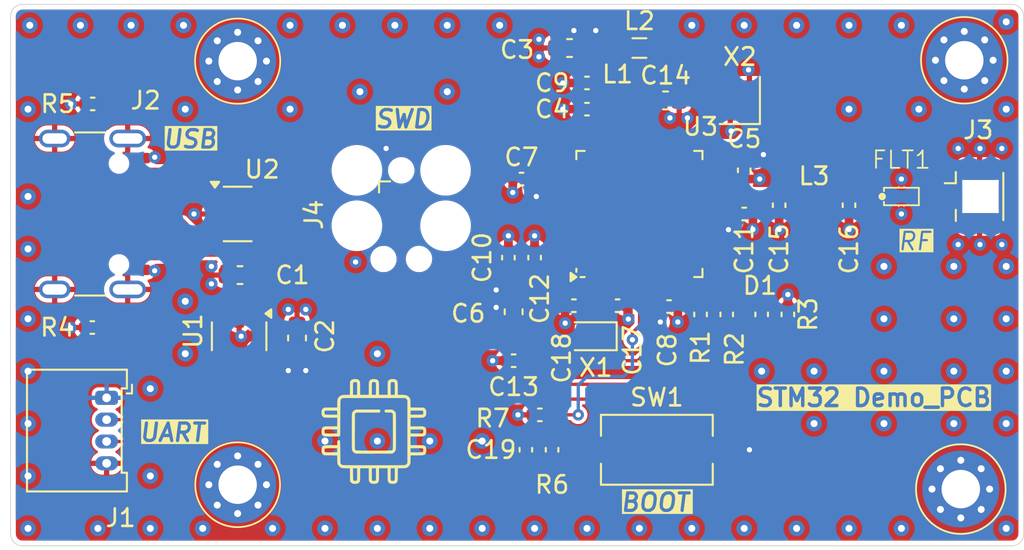
<source format=kicad_pcb>
(kicad_pcb (version 20241229) (generator "pcbnew") (generator_version "9.0")
  (layers (0 "F.Cu" signal) (4 "In1.Cu" signal) (6 "In2.Cu" signal) (2 "B.Cu" signal) (13 "F.Paste" user) (15 "B.Paste" user) (5 "F.SilkS" user "F.Silkscreen") (7 "B.SilkS" user "B.Silkscreen") (1 "F.Mask" user) (3 "B.Mask" user) (25 "Edge.Cuts" user))
  (net 0 "")
  (net 1 "+5V")
  (net 2 "GND")
  (net 3 "+3.3V")
  (net 4 "/SWD_NRST")
  (net 5 "/SMPSFB")
  (net 6 "/RF")
  (net 7 "/RF_MATCH")
  (net 8 "/LSE_OUT")
  (net 9 "/LSE_IN")
  (net 10 "/BOOT0")
  (net 11 "/LED_K")
  (net 12 "Net-(D1-A)")
  (net 13 "/RF_ANT")
  (net 14 "/UART_TXC")
  (net 15 "/UART_RXC")
  (net 16 "Net-(J2-D+-PadA6)")
  (net 17 "Net-(J2-D--PadA7)")
  (net 18 "Net-(J2-CC1)")
  (net 19 "Net-(J2-CC2)")
  (net 22 "/SWD_DIO")
  (net 23 "/SWD_CLK")
  (net 24 "/SWD_TRC")
  (net 25 "/SMPSLX")
  (net 26 "/SMPSLXL")
  (net 27 "/UART_TX")
  (net 28 "/UART_RX")
  (net 29 "Net-(R6-Pad2)")
  (net 31 "/USB_D-")
  (net 32 "/USB_D+")
  (net 45 "/HSE_OUT")
  (net 47 "/HSE_IN")
  (footprint "Capacitor_SMD:C_0402_1005Metric" (layer "F.Cu") (at 78 69.5 -90)
    (property "Reference" "C15")
    (property "Value" "0.8pF")
  )
  (footprint "Capacitor_SMD:C_0603_1608Metric" (layer "F.Cu") (at 62.8 75.6 -90)
    (property "Reference" "C6")
    (property "Value" "4.7uF")
  )
  (footprint "MountingHole:MountingHole_2.2mm_M2_Pad_Via" (layer "F.Cu") (at 47 85.5)
    (property "Reference" "H2" (hide yes))
    (property "Value" "MountingHole_Pad")
  )
  (footprint "Capacitor_SMD:C_0603_1608Metric" (layer "F.Cu") (at 71.5 63.5)
    (property "Reference" "C14")
    (property "Value" "4.7uF")
  )
  (footprint "Capacitor_SMD:C_0402_1005Metric" (layer "F.Cu") (at 62.8 78.4 180)
    (property "Reference" "C13")
    (property "Value" "100nF")
  )
  (footprint "Capacitor_SMD:C_0402_1005Metric" (layer "F.Cu") (at 38.68 76.5 180)
    (property "Reference" "R4")
    (property "Value" "5K1")
  )
  (footprint "Crystal:Crystal_SMD_2016-4Pin_2.0x1.6mm" (layer "F.Cu") (at 75.75 63.5 90)
    (property "Reference" "X2")
    (property "Value" "32MHz")
  )
  (footprint "Fiducial:Fiducial_1mm_Mask2mm" (layer "F.Cu") (at 84.35 61.55)
    (property "Reference" "FID2" (hide yes))
    (property "Value" "Fiducial")
  )
  (footprint "Button_Switch_SMD:SW_Tactile_SPST_NO_Straight_CK_PTS636Sx25SMTRLFS" (layer "F.Cu") (at 71 83.5)
    (property "Reference" "SW1")
    (property "Value" "SW_Push")
  )
  (footprint "Capacitor_SMD:C_0402_1005Metric" (layer "F.Cu") (at 77 75.75 90)
    (property "Reference" "D1")
    (property "Value" "LED")
  )
  (footprint "Capacitor_SMD:C_0402_1005Metric" (layer "F.Cu") (at 64 72.5 90)
    (property "Reference" "C12")
    (property "Value" "100nF")
  )
  (footprint "Capacitor_SMD:C_0402_1005Metric" (layer "F.Cu") (at 66.25 75.25 180)
    (property "Reference" "C18")
    (property "Value" "10p")
  )
  (footprint "Capacitor_SMD:C_0603_1608Metric" (layer "F.Cu") (at 47.135 73.5 180)
    (property "Reference" "C1")
    (property "Value" "4.7uF")
  )
  (footprint "Capacitor_SMD:C_0402_1005Metric" (layer "F.Cu") (at 65 83.5 -90)
    (property "Reference" "R6")
    (property "Value" "100R")
  )
  (footprint "Capacitor_SMD:C_0402_1005Metric" (layer "F.Cu") (at 75 75.75 90)
    (property "Reference" "R2")
    (property "Value" "100R")
  )
  (footprint "Capacitor_SMD:C_0603_1608Metric" (layer "F.Cu") (at 50.4 77.1 90)
    (property "Reference" "C2")
    (property "Value" "4.7uF")
  )
  (footprint "Package_DFN_QFN:QFN-48-1EP_7x7mm_P0.5mm_EP5.6x5.6mm" (layer "F.Cu") (at 70 70 90)
    (property "Reference" "U3")
    (property "Value" "STM32WB55CEU6")
  )
  (footprint "MountingHole:MountingHole_2.2mm_M2_Pad_Via" (layer "F.Cu") (at 88.4 85.75)
    (property "Reference" "H4" (hide yes))
    (property "Value" "MountingHole_Pad")
  )
  (footprint "Capacitor_SMD:C_0402_1005Metric" (layer "F.Cu") (at 71.7 75.3)
    (property "Reference" "C8")
    (property "Value" "100nF")
  )
  (footprint "Connector_USB:USB_C_Receptacle_GCT_USB4105-xx-A_16P_TopMnt_Horizontal" (layer "F.Cu") (at 37.6 70 -90)
    (property "Reference" "J2")
    (property "Value" "USB_C_Receptacle_USB2.0_16P")
  )
  (footprint "STM32_RF:Untitled" (layer "F.Cu") (at 85 69)
    (property "Reference" "FLT1")
    (property "Value" "DLF162500LT-5028A1")
  )
  (footprint "Capacitor_SMD:C_0402_1005Metric" (layer "F.Cu") (at 67 62.5 180)
    (property "Reference" "C9")
    (property "Value" "100nF")
  )
  (footprint "Fiducial:Fiducial_1mm_Mask2mm" (layer "F.Cu") (at 36.1 61.5)
    (property "Reference" "FID1" (hide yes))
    (property "Value" "Fiducial")
  )
  (footprint "Capacitor_SMD:C_0402_1005Metric" (layer "F.Cu") (at 82 69.5 -90)
    (property "Reference" "C16")
    (property "Value" "0.3pF")
  )
  (footprint "Connector_Molex:Molex_PicoBlade_53048-0410_1x04_P1.25mm_Horizontal" (layer "F.Cu") (at 39.5 80.525 -90)
    (property "Reference" "J1")
    (property "Value" "Conn_01x04")
  )
  (footprint "Capacitor_SMD:C_0402_1005Metric" (layer "F.Cu") (at 67 64 180)
    (property "Reference" "C4")
    (property "Value" "100nF")
  )
  (footprint "MountingHole:MountingHole_2.2mm_M2_Pad_Via" (layer "F.Cu") (at 88.6 61.2)
    (property "Reference" "H3" (hide yes))
    (property "Value" "MountingHole_Pad")
  )
  (footprint "Capacitor_SMD:C_0402_1005Metric" (layer "F.Cu") (at 63.25 68 180)
    (property "Reference" "C7")
    (property "Value" "100nF")
  )
  (footprint "Inductor_SMD:L_0402_1005Metric" (layer "F.Cu") (at 80 69)
    (property "Reference" "L3")
    (property "Value" "2.7nH")
  )
  (footprint "Fiducial:Fiducial_1mm_Mask2mm" (layer "F.Cu") (at 84 85.75)
    (property "Reference" "FID3" (hide yes))
    (property "Value" "Fiducial")
  )
  (footprint "MountingHole:MountingHole_2.2mm_M2_Pad_Via" (layer "F.Cu") (at 47 61.25)
    (property "Reference" "H1" (hide yes))
    (property "Value" "MountingHole_Pad")
  )
  (footprint "Capacitor_SMD:C_0402_1005Metric" (layer "F.Cu") (at 68.75 75.25)
    (property "Reference" "C17")
    (property "Value" "10p")
  )
  (footprint "Capacitor_SMD:C_0402_1005Metric" (layer "F.Cu") (at 78.5 75.75 -90)
    (property "Reference" "R3")
    (property "Value" "220R")
  )
  (footprint "Connector_Coaxial:U.FL_Hirose_U.FL-R-SMT-1_Vertical" (layer "F.Cu") (at 89 69)
    (property "Reference" "J3")
    (property "Value" "Conn_Coaxial")
  )
  (footprint "Connector:Tag-Connect_TC2030-IDC-FP_2x03_P1.27mm_Vertical" (layer "F.Cu") (at 56.365 70.04 -90)
    (property "Reference" "J4")
    (property "Value" "TC2030")
  )
  (footprint "Capacitor_SMD:C_0603_1608Metric" (layer "F.Cu") (at 66 60.5 180)
    (property "Reference" "C3")
    (property "Value" "4.7uF")
  )
  (footprint "Capacitor_SMD:C_0402_1005Metric" (layer "F.Cu") (at 76 67.5 -90)
    (property "Reference" "C5")
    (property "Value" "100nF")
  )
  (footprint "Crystal:Crystal_SMD_2012-2Pin_2.0x1.2mm" (layer "F.Cu") (at 67.5 77 180)
    (property "Reference" "X1")
    (property "Value" "32KHz768")
  )
  (footprint "Capacitor_SMD:C_0402_1005Metric" (layer "F.Cu") (at 38.7 63.7 180)
    (property "Reference" "R5")
    (property "Value" "5K1")
  )
  (footprint "Capacitor_SMD:C_0402_1005Metric" (layer "F.Cu") (at 63.5 83.5 -90)
    (property "Reference" "C19")
    (property "Value" "100nF")
  )
  (footprint "Capacitor_SMD:C_0402_1005Metric" (layer "F.Cu") (at 64.3 81.5 180)
    (property "Reference" "R7")
    (property "Value" "5k1")
  )
  (footprint "LOGO" (layer "F.Cu") (at 54.8 82.45)
    (property "Reference" "G" (hide yes))
    (property "Value" "LOGO" (hide yes))
  )
  (footprint "Inductor_SMD:L_0402_1005Metric" (layer "F.Cu") (at 68.75 63.5 90)
    (property "Reference" "L1")
    (property "Value" "10nH")
  )
  (footprint "Inductor_SMD:L_0805_2012Metric" (layer "F.Cu") (at 70 60.5)
    (property "Reference" "L2")
    (property "Value" "10uH")
  )
  (footprint "Capacitor_SMD:C_0402_1005Metric" (layer "F.Cu") (at 76 70)
    (property "Reference" "C11")
    (property "Value" "100nF")
  )
  (footprint "Package_TO_SOT_SMD:SOT-23-5" (layer "F.Cu") (at 47.085 77 -90)
    (property "Reference" "U1")
    (property "Value" "MIC5365-3.3YD5")
  )
  (footprint "Capacitor_SMD:C_0402_1005Metric" (layer "F.Cu") (at 62.5 72.5 90)
    (property "Reference" "C10")
    (property "Value" "100nF")
  )
  (footprint "Capacitor_SMD:C_0402_1005Metric" (layer "F.Cu") (at 73.5 75.75 90)
    (property "Reference" "R1")
    (property "Value" "100R")
  )
  (footprint "Package_TO_SOT_SMD:SOT-23-6" (layer "F.Cu") (at 47 70)
    (property "Reference" "U2")
    (property "Value" "USBLC6-2SC6")
  )
  (gr_circle (center 88.4 85.75) (end 89.8 87.9) (stroke (width 0.1)) (fill no) (layer "F.SilkS"))
  (gr_circle (center 88.6 61.2) (end 90.3 63) (stroke (width 0.1)) (fill no) (layer "F.SilkS"))
  (gr_circle (center 47 85.5) (end 49.05 86.8) (stroke (width 0.1)) (fill no) (layer "F.SilkS"))
  (gr_circle (center 47 61.25) (end 48.75 62.95) (stroke (width 0.1)) (fill no) (layer "F.SilkS"))
  (gr_line (start 64 58) (end 91.320966 58) (stroke (width 0.05)) (layer "Edge.Cuts"))
  (gr_line (start 34.679034 58) (end 64 58) (stroke (width 0.05)) (layer "Edge.Cuts"))
  (gr_line (start 91.998422 58.679) (end 91.999965 88.320966) (stroke (width 0.05)) (layer "Edge.Cuts"))
  (gr_arc (start 91.320966 58.001578) (mid 91.8 58.2) (end 91.998422 58.679034) (stroke (width 0.05)) (layer "Edge.Cuts"))
  (gr_arc (start 34.001578 58.679034) (mid 34.2 58.2) (end 34.679034 58.001578) (stroke (width 0.05)) (layer "Edge.Cuts"))
  (gr_line (start 91.320966 89) (end 34.679 88.998422) (stroke (width 0.05)) (layer "Edge.Cuts"))
  (gr_arc (start 34.679034 88.998422) (mid 34.2 88.8) (end 34.001578 88.320966) (stroke (width 0.05)) (layer "Edge.Cuts"))
  (gr_arc (start 91.998422 88.320966) (mid 91.8 88.8) (end 91.320966 88.998422) (stroke (width 0.05)) (layer "Edge.Cuts"))
  (gr_line (start 34.000035 88.320966) (end 34.001578 58.679) (stroke (width 0.05)) (layer "Edge.Cuts"))
  (gr_text "SWD" (at 54.8 65.15 0) (layer "F.SilkS" knockout) (effects (font (size 1 1) (thickness 0.1875) (italic yes)) (justify left bottom)))
  (gr_text "STM32 Demo_PCB" (at 76.6 81.1 0) (layer "F.SilkS" knockout) (effects (font (size 1 1) (thickness 0.2) (bold yes)) (justify left bottom)))
  (gr_text "UART" (at 41.3 83.1 0) (layer "F.SilkS" knockout) (effects (font (size 1 1) (thickness 0.1875) (italic yes)) (justify left bottom)))
  (gr_text "RF" (at 84.75 72.15 0) (layer "F.SilkS" knockout) (effects (font (size 1 1) (thickness 0.125) (italic yes)) (justify left bottom)))
  (gr_text "USB" (at 42.65 66.3 0) (layer "F.SilkS" knockout) (effects (font (size 1 1) (thickness 0.1875) (italic yes)) (justify left bottom)))
  (gr_text "BOOT\n" (at 68.85 87.1 0) (layer "F.SilkS" knockout) (effects (font (size 1 1) (thickness 0.1875) (italic yes)) (justify left bottom)))
  (segment (start 48.035 75.8625) (end 48.035 74.7) (width 0.6) (layer "F.Cu") (net 1))
  (segment (start 47.91 73.5) (end 47.91 72.79) (width 0.5) (layer "F.Cu") (net 1))
  (segment (start 42.901 72.199) (end 42.7 72.4) (width 0.5) (layer "F.Cu") (net 1))
  (segment (start 46.4 67.6) (end 46.976 68.176) (width 0.5) (layer "F.Cu") (net 1))
  (segment (start 48.035 73.625) (end 47.91 73.5) (width 0.6) (layer "F.Cu") (net 1))
  (segment (start 41.28 67.6) (end 46.4 67.6) (width 0.5) (layer "F.Cu") (net 1))
  (segment (start 47.91 72.79) (end 47.9005 72.7995) (width 0.5) (layer "F.Cu") (net 1))
  (segment (start 46.3 74.6) (end 47.935 74.6) (width 0.19) (layer "F.Cu") (net 1))
  (segment (start 47.1 70) (end 46.976 70.124) (width 0.5) (layer "F.Cu") (net 1))
  (segment (start 48.035 74.7) (end 48.035 73.625) (width 0.6) (layer "F.Cu") (net 1))
  (segment (start 47.935 74.6) (end 48.035 74.7) (width 0.19) (layer "F.Cu") (net 1))
  (segment (start 47.9005 72.7995) (end 47.3 72.199) (width 0.5) (layer "F.Cu") (net 1))
  (segment (start 46.135 74.765) (end 46.3 74.6) (width 0.19) (layer "F.Cu") (net 1))
  (segment (start 46.976 72.175) (end 47 72.199) (width 0.5) (layer "F.Cu") (net 1))
  (segment (start 47 72.199) (end 42.901 72.199) (width 0.5) (layer "F.Cu") (net 1))
  (segment (start 42.7 72.4) (end 41.28 72.4) (width 0.5) (layer "F.Cu") (net 1))
  (segment (start 47.3 72.199) (end 47 72.199) (width 0.5) (layer "F.Cu") (net 1))
  (segment (start 48.1375 70) (end 47.1 70) (width 0.5) (layer "F.Cu") (net 1))
  (segment (start 46.976 70.124) (end 46.976 72.175) (width 0.5) (layer "F.Cu") (net 1))
  (segment (start 46.135 75.8625) (end 46.135 74.765) (width 0.19) (layer "F.Cu") (net 1))
  (segment (start 46.976 68.176) (end 46.976 70.124) (width 0.5) (layer "F.Cu") (net 1))
  (segment (start 76.5 70.115) (end 76.5 70.885) (width 0.5) (layer "F.Cu") (net 2))
  (segment (start 55.73 71.31) (end 55.73 71.33) (width 0.25) (layer "F.Cu") (net 2))
  (segment (start 41.28 66.8) (end 42.2 66.8) (width 0.25) (layer "F.Cu") (net 2))
  (segment (start 62.75 68) (end 62.75 68.77) (width 0.5) (layer "F.Cu") (net 2))
  (segment (start 76.115 68) (end 76.885 68) (width 0.5) (layer "F.Cu") (net 2))
  (segment (start 62.5 72.02) (end 62.5 71.25) (width 0.5) (layer "F.Cu") (net 2))
  (segment (start 72.2 75.415) (end 72.2 76.185) (width 0.5) (layer "F.Cu") (net 2))
  (segment (start 66.385 64) (end 65.615 64) (width 0.5) (layer "F.Cu") (net 2))
  (segment (start 42.2 66.8) (end 42.25 66.75) (width 0.25) (layer "F.Cu") (net 2))
  (segment (start 69.25 66.5625) (end 69.25 69.25) (width 0.25) (layer "F.Cu") (net 2))
  (segment (start 42.2 73.2) (end 42.25 73.25) (width 0.25) (layer "F.Cu") (net 2))
  (segment (start 41.28 73.2) (end 42.2 73.2) (width 0.25) (layer "F.Cu") (net 2))
  (segment (start 55.73 71.33) (end 56.1 71.7) (width 0.25) (layer "F.Cu") (net 2))
  (segment (start 85 69.2275) (end 85 70) (width 0.25) (layer "F.Cu") (net 2))
  (segment (start 75.42 67.98) (end 76 67.98) (width 0.25) (layer "F.Cu") (net 2))
  (segment (start 65.75 75.27) (end 65.77 75.25) (width 0.5) (layer "F.Cu") (net 2))
  (segment (start 73.4375 68.25) (end 75.15 68.25) (width 0.25) (layer "F.Cu") (net 2))
  (segment (start 61.6 78.4) (end 62.32 78.4) (width 0.5) (layer "F.Cu") (net 2))
  (segment (start 85 68.7725) (end 85 68) (width 0.25) (layer "F.Cu") (net 2))
  (segment (start 82 70.115) (end 82 70.885) (width 0.5) (layer "F.Cu") (net 2))
  (segment (start 75.15 68.25) (end 75.42 67.98) (width 0.25) (layer "F.Cu") (net 2))
  (segment (start 66.385 62.5) (end 65.615 62.5) (width 0.5) (layer "F.Cu") (net 2))
  (segment (start 78 70.115) (end 78 70.885) (width 0.5) (layer "F.Cu") (net 2))
  (segment (start 64 72.02) (end 64 71.25) (width 0.5) (layer "F.Cu") (net 2))
  (segment (start 65.75 76.25) (end 65.75 75.27) (width 0.5) (layer "F.Cu") (net 2))
  (segment (start 69.25 69.25) (end 70 70) (width 0.25) (layer "F.Cu") (net 2))
  (segment (start 69.365 75.25) (end 69.365 76.02) (width 0.5) (layer "F.Cu") (net 2))
  (segment (start 78.5 75.135) (end 78.5 74.365) (width 0.5) (layer "F.Cu") (net 2))
  (via (at 64.25 61) (size 0.7) (drill 0.3) (layers "F.Cu" "B.Cu") (net 2))
  (via (at 80 79) (size 0.9) (drill 0.4) (layers "F.Cu" "B.Cu") (net 2))
  (via (at 65.75 76.25) (size 0.7) (drill 0.3) (layers "F.Cu" "B.Cu") (net 2))
  (via (at 38 59.2) (size 0.9) (drill 0.4) (layers "F.Cu" "B.Cu") (net 2))
  (via (at 90.75 66.25) (size 0.7) (drill 0.3) (layers "F.Cu" "B.Cu") (net 2))
  (via (at 42.25 66.75) (size 0.7) (drill 0.3) (layers "F.Cu" "B.Cu") (net 2))
  (via (at 88.25 66.25) (size 0.7) (drill 0.3) (layers "F.Cu" "B.Cu") (net 2))
  (via (at 35 72) (size 0.9) (drill 0.4) (layers "F.Cu" "B.Cu") (net 2))
  (via (at 52 88) (size 0.9) (drill 0.4) (layers "F.Cu" "B.Cu") (net 2))
  (via (at 35 76) (size 0.9) (drill 0.4) (layers "F.Cu" "B.Cu") (net 2))
  (via (at 59 63) (size 0.9) (drill 0.4) (layers "F.Cu" "B.Cu") (net 2))
  (via (at 45 88) (size 0.9) (drill 0.4) (layers "F.Cu" "B.Cu") (net 2))
  (via (at 91 82) (size 0.9) (drill 0.4) (layers "F.Cu" "B.Cu") (net 2))
  (via (at 88 76) (size 0.9) (drill 0.4) (layers "F.Cu" "B.Cu") (net 2))
  (via (at 65.615 64) (size 0.7) (drill 0.3) (layers "F.Cu" "B.Cu") (net 2))
  (via (at 77 79) (size 0.9) (drill 0.4) (layers "F.Cu" "B.Cu") (net 2))
  (via (at 64.25 60) (size 0.7) (drill 0.3) (layers "F.Cu" "B.Cu") (net 2))
  (via (at 72.75 64.5) (size 0.7) (drill 0.3) (layers "F.Cu" "B.Cu") (net 2))
  (via (at 85 68) (size 0.7) (drill 0.3) (layers "F.Cu" "B.Cu") (net 2))
  (via (at 45.5 74) (size 0.7) (drill 0.3) (layers "F.Cu" "B.Cu") (net 2))
  (via (at 71.75 64.5) (size 0.7) (drill 0.3) (layers "F.Cu" "B.Cu") (net 2))
  (via (at 44 75) (size 0.9) (drill 0.4) (layers "F.Cu" "B.Cu") (net 2))
  (via (at 80 82) (size 0.9) (drill 0.4) (layers "F.Cu" "B.Cu") (net 2))
  (via (at 90.75 71.75) (size 0.7) (drill 0.3) (layers "F.Cu" "B.Cu") (net 2))
  (via (at 84 76) (size 0.9) (drill 0.4) (layers "F.Cu" "B.Cu") (net 2))
  (via (at 45.5 73) (size 0.7) (drill 0.3) (layers "F.Cu" "B.Cu") (net 2))
  (via (at 49 88) (size 0.9) (drill 0.4) (layers "F.Cu" "B.Cu") (net 2))
  (via (at 55 78) (size 0.9) (drill 0.4) (layers "F.Cu" "B.Cu") (net 2))
  (via (at 84 82) (size 0.9) (drill 0.4) (layers "F.Cu" "B.Cu") (net 2))
  (via (at 37.43 76.5) (size 0.7) (drill 0.3) (layers "F.Cu" "B.Cu") (net 2))
  (via (at 64 71.25) (size 0.7) (drill 0.3) (layers "F.Cu" "B.Cu") (net 2))
  (via (at 44 64) (size 0.9) (drill 0.4) (layers "F.Cu" "B.Cu") (net 2))
  (via (at 35 85) (size 0.9) (drill 0.4) (layers "F.Cu" "B.Cu") (net 2))
  (via (at 91 64) (size 0.9) (drill 0.4) (layers "F.Cu" "B.Cu") (net 2))
  (via (at 91 59) (size 0.9) (drill 0.4) (layers "F.Cu" "B.Cu") (net 2))
  (via (at 79 88) (size 0.9) (drill 0.4) (layers "F.Cu" "B.Cu") (net 2))
  (via (at 64 88) (size 0.9) (drill 0.4) (layers "F.Cu" "B.Cu") (net 2))
  (via (at 35 79) (size 0.9) (drill 0.4) (layers "F.Cu" "B.Cu") (net 2))
  (via (at 53.75 72.75) (size 0.7) (drill 0.3) (layers "F.Cu" "B.Cu") (net 2))
  (via (at 62.5 71.25) (size 0.7) (drill 0.3) (layers "F.Cu" "B.Cu") (net 2))
  (via (at 91 73) (size 0.9) (drill 0.4) (layers "F.Cu" "B.Cu") (net 2))
  (via (at 88 82) (size 0.9) (drill 0.4) (layers "F.Cu" "B.Cu") (net 2))
  (via (at 65.615 62.5) (size 0.7) (drill 0.3) (layers "F.Cu" "B.Cu") (net 2))
  (via (at 50 64) (size 0.9) (drill 0.4) (layers "F.Cu" "B.Cu") (net 2))
  (via (at 76.885 68) (size 0.7) (drill 0.3) (layers "F.Cu" "B.Cu") (net 2))
  (via (at 76 59.2) (size 0.9) (drill 0.4) (layers "F.Cu" "B.Cu") (net 2))
  (via (at 35 88) (size 0.9) (drill 0.4) (layers "F.Cu" "B.Cu") (net 2))
  (via (at 85 88) (size 0.9) (drill 0.4) (layers "F.Cu" "B.Cu") (net 2))
  (via (at 40.9 59.2) (size 0.9) (drill 0.4) (layers "F.Cu" "B.Cu") (net 2))
  (via (at 56 59.2) (size 0.9) (drill 0.4) (layers "F.Cu" "B.Cu") (net 2))
  (via (at 76 88) (size 0.9) (drill 0.4) (layers "F.Cu" "B.Cu") (net 2))
  (via (at 44.5 70) (size 0.7) (drill 0.3) (layers "F.Cu" "B.Cu") (net 2))
  (via (at 88 79) (size 0.9) (drill 0.4) (layers "F.Cu" "B.Cu") (net 2))
  (via (at 35 82) (size 0.9) (drill 0.4) (layers "F.Cu" "B.Cu") (net 2))
  (via (at 84 73) (size 0.9) (drill 0.4) (layers "F.Cu" "B.Cu") (net 2))
  (via (at 55 88) (size 0.9) (drill 0.4) (layers "F.Cu" "B.Cu") (net 2))
  (via (at 50 59.2) (size 0.9) (drill 0.4) (layers "F.Cu" "B.Cu") (net 2))
  (via (at 78.5 74.615) (size 0.7) (drill 0.3) (layers "F.Cu" "B.Cu") (net 2))
  (via (at 42 80) (size 0.9) (drill 0.4) (layers "F.Cu" "B.Cu") (net 2))
  (via (at 43.9 59.2) (size 0.9) (drill 0.4) (layers "F.Cu" "B.Cu") (net 2))
  (via (at 47.2 77) (size 0.7) (drill 0.3) (layers "F.Cu" "B.Cu") (net 2))
  (via (at 42.25 73.25) (size 0.7) (drill 0.3) (layers "F.Cu" "B.Cu") (net 2))
  (via (at 67 88) (size 0.9) (drill 0.4) (layers "F.Cu" "B.Cu") (net 2))
  (via (at 88 73) (size 0.9) (drill 0.4) (layers "F.Cu" "B.Cu") (net 2))
  (via (at 73 88) (size 0.9) (drill 0.4) (layers "F.Cu" "B.Cu") (net 2))
  (via (at 85 70) (size 0.7) (drill 0.3) (layers "F.Cu" "B.Cu") (net 2))
  (via (at 62 59.2) (size 0.9) (drill 0.4) (layers "F.Cu" "B.Cu") (net 2))
  (via (at 58 83) (size 0.9) (drill 0.4) (layers "F.Cu" "B.Cu") (net 2))
  (via (at 35.1 59.2) (size 0.9) (drill 0.4) (layers "F.Cu" "B.Cu") (net 2))
  (via (at 69.365 76.02) (size 0.7) (drill 0.3) (layers "F.Cu" "B.Cu") (net 2))
  (via (at 89.5 66.25) (size 0.7) (drill 0.3) (layers "F.Cu" "B.Cu") (net 2))
  (via (at 89.5 71.75) (size 0.7) (drill 0.3) (layers "F.Cu" "B.Cu") (net 2))
  (via (at 39 88) (size 0.9) (drill 0.4) (layers "F.Cu" "B.Cu") (net 2))
  (via (at 76.25 61.75) (size 0.7) (drill 0.3) (layers "F.Cu" "B.Cu") (net 2))
  (via (at 61 88) (size 0.9) (drill 0.4) (layers "F.Cu" "B.Cu") (net 2))
  (via (at 44 78) (size 0.9) (drill 0.4) (layers "F.Cu" "B.Cu") (net 2))
  (via (at 61 83) (size 0.9) (drill 0.4) (layers "F.Cu" "B.Cu") (net 2))
  (via (at 50.9 75.465) (size 0.7) (drill 0.3) (layers "F.Cu" "B.Cu") (net 2))
  (via (at 75.25 65.25) (size 0.7) (drill 0.3) (layers "F.Cu" "B.Cu") (net 2))
  (via (at 79 59.2) (size 0.9) (drill 0.4) (layers "F.Cu" "B.Cu") (net 2))
  (via (at 82 70.885) (size 0.7) (drill 0.3) (layers "F.Cu" "B.Cu") (net 2))
  (via (at 91 88) (size 0.9) (drill 0.4) (layers "F.Cu" "B.Cu") (net 2))
  (via (at 82 88) (size 0.9) (drill 0.4) (layers "F.Cu" "B.Cu") (net 2))
  (via (at 91 79) (size 0.9) (drill 0.4) (layers "F.Cu" "B.Cu") (net 2))
  (via (at 61.6 78.4) (size 0.7) (drill 0.3) (layers "F.Cu" "B.Cu") (net 2))
  (via (at 49.9 75.465) (size 0.7) (drill 0.3) (layers "F.Cu" "B.Cu") (net 2))
  (via (at 35 64) (size 0.9) (drill 0.4) (layers "F.Cu" "B.Cu") (net 2))
  (via (at 76.5 70.885) (size 0.7) (drill 0.3) (layers "F.Cu" "B.Cu") (net 2))
  (via (at 73 59.2) (size 0.9) (drill 0.4) (layers "F.Cu" "B.Cu") (net 2))
  (via (at 82 64) (size 0.9) (drill 0.4) (layers "F.Cu" "B.Cu") (net 2))
  (via (at 52 83) (size 0.9) (drill 0.4) (layers "F.Cu" "B.Cu") (net 2))
  (via (at 88.25 71.75) (size 0.7) (drill 0.3) (layers "F.Cu" "B.Cu") (net 2))
  (via (at 72.2 76.185) (size 0.7) (drill 0.3) (layers "F.Cu" "B.Cu") (net 2))
  (via (at 53 59.2) (size 0.9) (drill 0.4) (layers "F.Cu" "B.Cu") (net 2))
  (via (at 54 63) (size 0.9) (drill 0.4) (layers "F.Cu" "B.Cu") (net 2))
  (via (at 58 88) (size 0.9) (drill 0.4) (layers "F.Cu" "B.Cu") (net 2))
  (via (at 55 83) (size 0.9) (drill 0.4) (layers "F.Cu" "B.Cu") (net 2))
  (via (at 63.05 81.5) (size 0.7) (drill 0.3) (layers "F.Cu" "B.Cu") (net 2))
  (via (at 85 59.2) (size 0.9) (drill 0.4) (layers "F.Cu" "B.Cu") (net 2))
  (via (at 42 85) (size 0.9) (drill 0.4) (layers "F.Cu" "B.Cu") (net 2))
  (via (at 37.45 63.7) (size 0.7) (drill 0.3) (layers "F.Cu" "B.Cu") (net 2))
  (via (at 86 64) (size 0.9) (drill 0.4) (layers "F.Cu" "B.Cu") (net 2))
  (via (at 82 59.2) (size 0.9) (drill 0.4) (layers "F.Cu" "B.Cu") (net 2))
  (via (at 42 88) (size 0.9) (drill 0.4) (layers "F.Cu" "B.Cu") (net 2))
  (via (at 62.75 68.77) (size 0.7) (drill 0.3) (layers "F.Cu" "B.Cu") (net 2))
  (via (at 70 88) (size 0.9) (drill 0.4) (layers "F.Cu" "B.Cu") (net 2))
  (via (at 84 79) (size 0.9) (drill 0.4) (layers "F.Cu" "B.Cu") (net 2))
  (via (at 78 70.885) (size 0.7) (drill 0.3) (layers "F.Cu" "B.Cu") (net 2))
  (via (at 59 59.2) (size 0.9) (drill 0.4) (layers "F.Cu" "B.Cu") (net 2))
  (via (at 91 76) (size 0.9) (drill 0.4) (layers "F.Cu" "B.Cu") (net 2))
  (via (at 35 69) (size 0.9) (drill 0.4) (layers "F.Cu" "B.Cu") (net 2))
  (segment (start 67.48 64.88) (end 67.48 64) (width 0.25) (layer "F.Cu") (net 3))
  (segment (start 67.75 65.15) (end 67.48 64.88) (width 0.25) (layer "F.Cu") (net 3))
  (segment (start 76.115 67) (end 76.7 67) (width 0.5) (layer "F.Cu") (net 3))
  (segment (start 65.1 73) (end 64.02 73) (width 0.19) (layer "F.Cu") (net 3))
  (segment (start 74.55 67.75) (end 75.28 67.02) (width 0.25) (layer "F.Cu") (net 3))
  (segment (start 71.22 74.677574) (end 71.22 75.3) (width 0.25) (layer "F.Cu") (net 3))
  (segment (start 65.35 72.75) (end 65.1 73) (width 0.19) (layer "F.Cu") (net 3))
  (segment (start 68.25 65.45) (end 67.95 65.15) (width 0.25) (layer "F.Cu") (net 3))
  (segment (start 70.75 74.207574) (end 71.22 74.677574) (width 0.25) (layer "F.Cu") (net 3))
  (segment (start 67.48 61.205) (end 66.775 60.5) (width 0.25) (layer "F.Cu") (net 3))
  (segment (start 73.4375 69.25) (end 74.45 69.25) (width 0.25) (layer "F.Cu") (net 3))
  (segment (start 55.4837 66.2663) (end 55.5 66.25) (width 0.25) (layer "F.Cu") (net 3))
  (segment (start 67.75 66.5625) (end 67.75 65.15) (width 0.25) (layer "F.Cu") (net 3))
  (segment (start 49.9 78.965) (end 49.9 78.375) (width 0.6) (layer "F.Cu") (net 3))
  (segment (start 62.5 72.98) (end 61.97 72.98) (width 0.5) (layer "F.Cu") (net 3))
  (segment (start 74.9 70) (end 75.52 70) (width 0.25) (layer "F.Cu") (net 3))
  (segment (start 75.28 67.02) (end 76 67.02) (width 0.25) (layer "F.Cu") (net 3))
  (segment (start 75.5 70.5) (end 75.1 70.9) (width 0.5) (layer "F.Cu") (net 3))
  (segment (start 74.7 69.5) (end 74.7 69.8) (width 0.25) (layer "F.Cu") (net 3))
  (segment (start 66.75 73.6) (end 66.5625 73.4125) (width 0.19) (layer "F.Cu") (net 3))
  (segment (start 64.4 68) (end 63.73 68) (width 0.25) (layer "F.Cu") (net 3))
  (segment (start 67.48 64) (end 67.48 62.5) (width 0.25) (layer "F.Cu") (net 3))
  (segment (start 74.45 69.25) (end 74.7 69.5) (width 0.25) (layer "F.Cu") (net 3))
  (segment (start 66.775 60.5) (end 66.25 59.975) (width 0.25) (layer "F.Cu") (net 3))
  (segment (start 66.5625 68.75) (end 66.006624 68.75) (width 0.25) (layer "F.Cu") (net 3))
  (segment (start 55.4837 68.5237) (end 55.4837 66.2663) (width 0.25) (layer "F.Cu") (net 3))
  (segment (start 66.25 59.975) (end 66.25 59.5) (width 0.25) (layer "F.Cu") (net 3))
  (segment (start 50.9 78.375) (end 50.4 77.875) (width 0.6) (layer "F.Cu") (net 3))
  (segment (start 75.5 70.115) (end 75.5 70.5) (width 0.5) (layer "F.Cu") (net 3))
  (segment (start 64.02 73) (end 64 72.98) (width 0.19) (layer "F.Cu") (net 3))
  (segment (start 68.25 66.5625) (end 68.25 65.45) (width 0.25) (layer "F.Cu") (net 3))
  (segment (start 63.75 68.115) (end 63.75 68.65) (width 0.5) (layer "F.Cu") (net 3))
  (segment (start 67.5 59.775) (end 66.775 60.5) (width 0.25) (layer "F.Cu") (net 3))
  (segment (start 50.9 78.965) (end 50.9 78.375) (width 0.6) (layer "F.Cu") (net 3))
  (segment (start 67.5 59.5) (end 67.5 59.775) (width 0.25) (layer "F.Cu") (net 3))
  (segment (start 55.73 68.77) (end 55.4837 68.5237) (width 0.25) (layer "F.Cu") (net 3))
  (segment (start 67.48 62.5) (end 67.48 61.205) (width 0.25) (layer "F.Cu") (net 3))
  (segment (start 65.15346 68.75346) (end 64.4 68) (width 0.25) (layer "F.Cu") (net 3))
  (segment (start 63.75 68.65) (end 64.1 69) (width 0.5) (layer "F.Cu") (net 3))
  (segment (start 62.5 72.98) (end 64 72.98) (width 0.5) (layer "F.Cu") (net 3))
  (segment (start 66.5625 72.75) (end 65.35 72.75) (width 0.19) (layer "F.Cu") (net 3))
  (segment (start 67.0875 73.6) (end 66.75 73.6) (width 0.19) (layer "F.Cu") (net 3))
  (segment (start 50.1375 78.1375) (end 50.4 77.875) (width 0.6) (layer "F.Cu") (net 3))
  (segment (start 48.035 78.1375) (end 50.1375 78.1375) (width 0.6) (layer "F.Cu") (net 3))
  (segment (start 67.25 73.4375) (end 67.0875 73.6) (width 0.19) (layer "F.Cu") (net 3))
  (segment (start 49.9 78.375) (end 50.4 77.875) (width 0.6) (layer "F.Cu") (net 3))
  (segment (start 67.95 65.15) (end 67.75 65.15) (width 0.25) (layer "F.Cu") (net 3))
  (segment (start 66.006624 68.75) (end 66.003164 68.75346) (width 0.25) (layer "F.Cu") (net 3))
  (segment (start 61.8 73.15) (end 61.8 74.35) (width 0.5) (layer "F.Cu") (net 3))
  (segment (start 76.7 67) (end 77.1 66.6) (width 0.5) (layer "F.Cu") (net 3))
  (segment (start 73.4375 67.75) (end 74.55 67.75) (width 0.25) (layer "F.Cu") (net 3))
  (segment (start 74.7 69.8) (end 74.9 70) (width 0.25) (layer "F.Cu") (net 3))
  (segment (start 66.003164 68.75346) (end 65.15346 68.75346) (width 0.25) (layer "F.Cu") (net 3))
  (segment (start 66.5625 73.4125) (end 66.5625 72.75) (width 0.19) (layer "F.Cu") (net 3))
  (segment (start 74.875 83.5) (end 76.3 83.5) (width 1) (layer "F.Cu") (net 3))
  (segment (start 71.2 75.415) (end 71.2 76.185) (width 0.5) (layer "F.Cu") (net 3))
  (segment (start 70.75 73.4375) (end 70.75 74.207574) (width 0.25) (layer "F.Cu") (net 3))
  (segment (start 61.97 72.98) (end 61.8 73.15) (width 0.5) (layer "F.Cu") (net 3))
  (via (at 49.9 78.965) (size 0.7) (drill 0.3) (layers "F.Cu" "B.Cu") (net 3))
  (via (at 75.1 70.9) (size 0.7) (drill 0.3) (layers "F.Cu" "B.Cu") (net 3))
  (via (at 61.8 74.35) (size 0.7) (drill 0.3) (layers "F.Cu" "B.Cu") (net 3))
  (via (at 71.2 76.185) (size 0.7) (drill 0.3) (layers "F.Cu" "B.Cu") (net 3))
  (via (at 61.8 75.35) (size 0.7) (drill 0.3) (layers "F.Cu" "B.Cu") (net 3))
  (via (at 64.1 69) (size 0.7) (drill 0.3) (layers "F.Cu" "B.Cu") (net 3))
  (via (at 77.1 66.6) (size 0.7) (drill 0.3) (layers "F.Cu" "B.Cu") (net 3))
  (via (at 50.9 78.965) (size 0.7) (drill 0.3) (layers "F.Cu" "B.Cu") (net 3))
  (via (at 55.5 66.25) (size 0.7) (drill 0.3) (layers "F.Cu" "B.Cu") (net 3))
  (via (at 76.3 83.5) (size 0.65) (drill 0.3) (layers "F.Cu" "B.Cu") (net 3))
  (via (at 67.5 59.5) (size 0.7) (drill 0.3) (layers "F.Cu" "B.Cu") (net 3))
  (via (at 66.25 59.5) (size 0.7) (drill 0.3) (layers "F.Cu" "B.Cu") (net 3))
  (segment (start 70.25 74.302958) (end 70.402 74.454958) (width 0.19) (layer "F.Cu") (net 4))
  (segment (start 51.787013 73.987013) (end 51.787013 70.518852) (width 0.19) (layer "F.Cu") (net 4))
  (segment (start 58.3 74.6) (end 52.4 74.6) (width 0.19) (layer "F.Cu") (net 4))
  (segment (start 51.787013 70.518852) (end 53.205865 69.1) (width 0.19) (layer "F.Cu") (net 4))
  (segment (start 53.205865 69.1) (end 54.8 69.1) (width 0.19) (layer "F.Cu") (net 4))
  (segment (start 63.28 78.4) (end 63.3 78.42) (width 0.19) (layer "F.Cu") (net 4))
  (segment (start 61.2 77.5) (end 58.3 74.6) (width 0.19) (layer "F.Cu") (net 4))
  (segment (start 70.25 73.4375) (end 70.25 74.302958) (width 0.19) (layer "F.Cu") (net 4))
  (segment (start 69.9 78.4) (end 63.28 78.4) (width 0.19) (layer "F.Cu") (net 4))
  (segment (start 63.28 78.4) (end 63.28 77.78) (width 0.19) (layer "F.Cu") (net 4))
  (segment (start 63 77.5) (end 61.2 77.5) (width 0.19) (layer "F.Cu") (net 4))
  (segment (start 63.28 77.78) (end 63 77.5) (width 0.19) (layer "F.Cu") (net 4))
  (segment (start 70.402 74.454958) (end 70.402 77.898) (width 0.19) (layer "F.Cu") (net 4))
  (segment (start 54.8 69.1) (end 54.8 69.11) (width 0.19) (layer "F.Cu") (net 4))
  (segment (start 54.8 69.11) (end 55.73 70.04) (width 0.19) (layer "F.Cu") (net 4))
  (segment (start 52.4 74.6) (end 51.787013 73.987013) (width 0.19) (layer "F.Cu") (net 4))
  (segment (start 70.402 77.898) (end 69.9 78.4) (width 0.19) (layer "F.Cu") (net 4))
  (segment (start 71.0625 62.0875) (end 71.0625 60.5) (width 0.25) (layer "F.Cu") (net 5))
  (segment (start 69.75 66.5625) (end 69.75 65.5) (width 0.25) (layer "F.Cu") (net 5))
  (segment (start 70.725 63.5) (end 70.725 62.425) (width 0.25) (layer "F.Cu") (net 5))
  (segment (start 70.725 62.425) (end 71.0625 62.0875) (width 0.25) (layer "F.Cu") (net 5))
  (segment (start 70.725 64.525) (end 70.725 63.5) (width 0.25) (layer "F.Cu") (net 5))
  (segment (start 69.75 65.5) (end 70.725 64.525) (width 0.25) (layer "F.Cu") (net 5))
  (segment (start 77.52 69.02) (end 78 69.02) (width 0.19) (layer "F.Cu") (net 6))
  (segment (start 73.4375 68.75) (end 77.25 68.75) (width 0.19) (layer "F.Cu") (net 6))
  (segment (start 77.25 68.75) (end 77.52 69.02) (width 0.19) (layer "F.Cu") (net 6))
  (segment (start 78 69.02) (end 79.495 69.02) (width 0.19) (layer "F.Cu") (net 6))
  (segment (start 79.495 69.02) (end 79.515 69) (width 0.19) (layer "F.Cu") (net 6))
  (segment (start 82 69.02) (end 84.3675 69.02) (width 0.19) (layer "F.Cu") (net 7))
  (segment (start 81.98 69) (end 82 69.02) (width 0.19) (layer "F.Cu") (net 7))
  (segment (start 84.3675 69.02) (end 84.3875 69) (width 0.19) (layer "F.Cu") (net 7))
  (segment (start 80.485 69) (end 81.98 69) (width 0.19) (layer "F.Cu") (net 7))
  (segment (start 68.27 75.25) (end 68.27 76.93) (width 0.19) (layer "F.Cu") (net 8))
  (segment (start 68.25 73.4375) (end 68.25 75.23) (width 0.19) (layer "F.Cu") (net 8))
  (segment (start 68.25 75.23) (end 68.27 75.25) (width 0.19) (layer "F.Cu") (net 8))
  (segment (start 68.27 76.93) (end 68.2 77) (width 0.19) (layer "F.Cu") (net 8))
  (segment (start 66.73 76.93) (end 66.8 77) (width 0.19) (layer "F.Cu") (net 9))
  (segment (start 67 74.5) (end 66.73 74.77) (width 0.19) (layer "F.Cu") (net 9))
  (segment (start 67.5 74.5) (end 67 74.5) (width 0.19) (layer "F.Cu") (net 9))
  (segment (start 67.75 74.25) (end 67.5 74.5) (width 0.19) (layer "F.Cu") (net 9))
  (segment (start 66.73 75.25) (end 66.73 76.93) (width 0.19) (layer "F.Cu") (net 9))
  (segment (start 66.73 74.77) (end 66.73 75.25) (width 0.19) (layer "F.Cu") (net 9))
  (segment (start 67.75 73.4375) (end 67.75 74.25) (width 0.19) (layer "F.Cu") (net 9))
  (segment (start 64.78 82.18) (end 65 82.4) (width 0.19) (layer "F.Cu") (net 10))
  (segment (start 65 82.4) (end 65 83.02) (width 0.19) (layer "F.Cu") (net 10))
  (segment (start 69.6 76.8) (end 69.6 77.2) (width 0.19) (layer "F.Cu") (net 10))
  (segment (start 69.7 74.5) (end 70.011 74.811) (width 0.19) (layer "F.Cu") (net 10))
  (segment (start 69.8 76.6) (end 69.6 76.8) (width 0.19) (layer "F.Cu") (net 10))
  (segment (start 68.75 74.25) (end 69 74.5) (width 0.19) (layer "F.Cu") (net 10))
  (segment (start 63.5 83.02) (end 65 83.02) (width 0.25) (layer "F.Cu") (net 10))
  (segment (start 66.5 81.5) (end 64.78 81.5) (width 0.19) (layer "F.Cu") (net 10))
  (segment (start 64.78 81.5) (end 64.78 82.18) (width 0.19) (layer "F.Cu") (net 10))
  (segment (start 70.011 76.389) (end 69.8 76.6) (width 0.19) (layer "F.Cu") (net 10))
  (segment (start 70.011 74.811) (end 70.011 76.389) (width 0.19) (layer "F.Cu") (net 10))
  (segment (start 68.75 73.4375) (end 68.75 74.25) (width 0.19) (layer "F.Cu") (net 10))
  (segment (start 69 74.5) (end 69.7 74.5) (width 0.19) (layer "F.Cu") (net 10))
  (via (at 69.6 77.2) (size 0.65) (drill 0.3) (layers "F.Cu" "B.Cu") (net 10))
  (via (at 66.5 81.5) (size 0.65) (drill 0.3) (layers "F.Cu" "B.Cu") (net 10))
  (segment (start 69.6 78.8) (end 69.6 77.2) (width 0.19) (layer "B.Cu") (net 10))
  (segment (start 66.5 79.8) (end 67 79.3) (width 0.19) (layer "B.Cu") (net 10))
  (segment (start 67 79.3) (end 69.1 79.3) (width 0.19) (layer "B.Cu") (net 10))
  (segment (start 66.5 81.5) (end 66.5 79.8) (width 0.19) (layer "B.Cu") (net 10))
  (segment (start 69.1 79.3) (end 69.6 78.8) (width 0.19) (layer "B.Cu") (net 10))
  (segment (start 77 76.23) (end 78.5 76.23) (width 0.25) (layer "F.Cu") (net 11))
  (segment (start 73.4375 71.25) (end 74.45 71.25) (width 0.19) (layer "F.Cu") (net 12))
  (segment (start 74.45 71.25) (end 74.8 71.6) (width 0.19) (layer "F.Cu") (net 12))
  (segment (start 74.8 72.3) (end 75.2 72.7) (width 0.19) (layer "F.Cu") (net 12))
  (segment (start 77 73.1) (end 77 75.27) (width 0.19) (layer "F.Cu") (net 12))
  (segment (start 75.2 72.7) (end 76.6 72.7) (width 0.19) (layer "F.Cu") (net 12))
  (segment (start 74.8 71.6) (end 74.8 72.3) (width 0.19) (layer "F.Cu") (net 12))
  (segment (start 76.6 72.7) (end 77 73.1) (width 0.19) (layer "F.Cu") (net 12))
  (segment (start 85.6125 69) (end 87.95 69) (width 0.19) (layer "F.Cu") (net 13))
  (segment (start 42.825 81.775) (end 44.1 80.5) (width 0.19) (layer "F.Cu") (net 14))
  (segment (start 71.15 79.75) (end 73.5 77.4) (width 0.19) (layer "F.Cu") (net 14))
  (segment (start 59.2 80.5) (end 59.95 79.75) (width 0.19) (layer "F.Cu") (net 14))
  (segment (start 59.95 79.75) (end 71.15 79.75) (width 0.19) (layer "F.Cu") (net 14))
  (segment (start 73.5 77.4) (end 73.5 76.23) (width 0.19) (layer "F.Cu") (net 14))
  (segment (start 39.5 81.775) (end 42.825 81.775) (width 0.19) (layer "F.Cu") (net 14))
  (segment (start 44.1 80.5) (end 59.2 80.5) (width 0.19) (layer "F.Cu") (net 14))
  (segment (start 60.3 80.6) (end 71.9 80.6) (width 0.19) (layer "F.Cu") (net 15))
  (segment (start 43.375 83.025) (end 45 81.4) (width 0.19) (layer "F.Cu") (net 15))
  (segment (start 71.9 80.6) (end 75 77.5) (width 0.19) (layer "F.Cu") (net 15))
  (segment (start 45 81.4) (end 59.5 81.4) (width 0.19) (layer "F.Cu") (net 15))
  (segment (start 75 77.5) (end 75 76.23) (width 0.19) (layer "F.Cu") (net 15))
  (segment (start 39.5 83.025) (end 43.375 83.025) (width 0.19) (layer "F.Cu") (net 15))
  (segment (start 59.5 81.4) (end 60.3 80.6) (width 0.19) (layer "F.Cu") (net 15))
  (segment (start 43.875 70.375) (end 43.125 70.375) (width 0.2) (layer "F.Cu") (net 16))
  (segment (start 42.5 69.75) (end 41.28 69.75) (width 0.2) (layer "F.Cu") (net 16))
  (segment (start 43.125 70.375) (end 42.5 69.75) (width 0.2) (layer "F.Cu") (net 16))
  (segment (start 41.28 70.75) (end 42.75 70.75) (width 0.2) (layer "F.Cu") (net 16))
  (segment (start 42.75 70.75) (end 43.125 70.375) (width 0.2) (layer "F.Cu") (net 16))
  (segment (start 45.8625 70.95) (end 44.45 70.95) (width 0.2) (layer "F.Cu") (net 16))
  (segment (start 44.45 70.95) (end 43.875 70.375) (width 0.2) (layer "F.Cu") (net 16))
  (segment (start 45.8625 69.05) (end 42.7 69.05) (width 0.2) (layer "F.Cu") (net 17))
  (segment (start 42.5 69.25) (end 41.28 69.25) (width 0.2) (layer "F.Cu") (net 17))
  (segment (start 40.25 69.25) (end 40 69.5) (width 0.2) (layer "F.Cu") (net 17))
  (segment (start 42.7 69.05) (end 42.5 69.25) (width 0.2) (layer "F.Cu") (net 17))
  (segment (start 40 69.5) (end 40 70) (width 0.2) (layer "F.Cu") (net 17))
  (segment (start 40.25 70.25) (end 41.28 70.25) (width 0.2) (layer "F.Cu") (net 17))
  (segment (start 41.28 69.25) (end 40.25 69.25) (width 0.2) (layer "F.Cu") (net 17))
  (segment (start 40 70) (end 40.25 70.25) (width 0.2) (layer "F.Cu") (net 17))
  (segment (start 39.18 68.080001) (end 39.18 63.7) (width 0.19) (layer "F.Cu") (net 18))
  (segment (start 39.849999 68.75) (end 39.18 68.080001) (width 0.19) (layer "F.Cu") (net 18))
  (segment (start 41.28 68.75) (end 39.849999 68.75) (width 0.19) (layer "F.Cu") (net 18))
  (segment (start 41.28 71.75) (end 39.75 71.75) (width 0.19) (layer "F.Cu") (net 19))
  (segment (start 39.75 71.75) (end 39.16 72.34) (width 0.19) (layer "F.Cu") (net 19))
  (segment (start 39.16 72.34) (end 39.16 76.5) (width 0.19) (layer "F.Cu") (net 19))
  (segment (start 65.5 68.25) (end 64.25 67) (width 0.19) (layer "F.Cu") (net 22))
  (segment (start 62.25 67) (end 61 65.75) (width 0.19) (layer "F.Cu") (net 22))
  (segment (start 57.25 66.5) (end 57.25 68.52) (width 0.19) (layer "F.Cu") (net 22))
  (segment (start 66.5625 68.25) (end 65.5 68.25) (width 0.19) (layer "F.Cu") (net 22))
  (segment (start 57.25 68.52) (end 57 68.77) (width 0.19) (layer "F.Cu") (net 22))
  (segment (start 58 65.75) (end 57.25 66.5) (width 0.19) (layer "F.Cu") (net 22))
  (segment (start 64.25 67) (end 62.25 67) (width 0.19) (layer "F.Cu") (net 22))
  (segment (start 61 65.75) (end 58 65.75) (width 0.19) (layer "F.Cu") (net 22))
  (segment (start 60.79345 69.04345) (end 57.99655 69.04345) (width 0.19) (layer "F.Cu") (net 23))
  (segment (start 65.75 69.25) (end 65.25 69.75) (width 0.19) (layer "F.Cu") (net 23))
  (segment (start 65.25 69.75) (end 61.5 69.75) (width 0.19) (layer "F.Cu") (net 23))
  (segment (start 57.99655 69.04345) (end 57 70.04) (width 0.19) (layer "F.Cu") (net 23))
  (segment (start 61.5 69.75) (end 60.79345 69.04345) (width 0.19) (layer "F.Cu") (net 23))
  (segment (start 66.5625 69.25) (end 65.75 69.25) (width 0.19) (layer "F.Cu") (net 23))
  (segment (start 60.75 71) (end 60.75 71.75) (width 0.19) (layer "F.Cu") (net 24))
  (segment (start 66.5625 70.25) (end 61.5 70.25) (width 0.19) (layer "F.Cu") (net 24))
  (segment (start 60.75 71.75) (end 60.25 72.25) (width 0.19) (layer "F.Cu") (net 24))
  (segment (start 58.25492 72.25) (end 57.31492 71.31) (width 0.19) (layer "F.Cu") (net 24))
  (segment (start 60.25 72.25) (end 58.25492 72.25) (width 0.19) (layer "F.Cu") (net 24))
  (segment (start 57.31492 71.31) (end 57 71.31) (width 0.19) (layer "F.Cu") (net 24))
  (segment (start 61.5 70.25) (end 60.75 71) (width 0.19) (layer "F.Cu") (net 24))
  (segment (start 68.75 66.5625) (end 68.75 63.985) (width 0.25) (layer "F.Cu") (net 25))
  (segment (start 68.75 63.015) (end 68.75 60.6875) (width 0.5) (layer "F.Cu") (net 26))
  (segment (start 68.75 60.6875) (end 68.9375 60.5) (width 0.5) (layer "F.Cu") (net 26))
  (segment (start 72.5 74.6) (end 73.4 74.6) (width 0.19) (layer "F.Cu") (net 27))
  (segment (start 72.25 73.4375) (end 72.25 74.35) (width 0.19) (layer "F.Cu") (net 27))
  (segment (start 72.25 74.35) (end 72.5 74.6) (width 0.19) (layer "F.Cu") (net 27))
  (segment (start 73.4 74.6) (end 73.5 74.7) (width 0.19) (layer "F.Cu") (net 27))
  (segment (start 73.5 74.7) (end 73.5 75.27) (width 0.19) (layer "F.Cu") (net 27))
  (segment (start 75 74.3) (end 75 75.27) (width 0.19) (layer "F.Cu") (net 28))
  (segment (start 72.75 73.4375) (end 74.1375 73.4375) (width 0.19) (layer "F.Cu") (net 28))
  (segment (start 74.1375 73.4375) (end 75 74.3) (width 0.19) (layer "F.Cu") (net 28))
  (segment (start 65.62 83.98) (end 66.1 83.5) (width 0.25) (layer "F.Cu") (net 29))
  (segment (start 66.1 83.5) (end 67.125 83.5) (width 0.25) (layer "F.Cu") (net 29))
  (segment (start 65 83.98) (end 65.62 83.98) (width 0.25) (layer "F.Cu") (net 29))
  (segment (start 51.67337 64.315) (end 61.532809 64.315) (width 0.22) (layer "F.Cu") (net 31))
  (segment (start 49.3 69.05) (end 50.065 69.815) (width 0.22) (layer "F.Cu") (net 31))
  (segment (start 66.01163 67.25) (end 66.5625 67.25) (width 0.22) (layer "F.Cu") (net 31))
  (segment (start 50.065 69.815) (end 50.717191 69.815) (width 0.22) (layer "F.Cu") (net 31))
  (segment (start 50.717191 69.815) (end 51.065 69.467191) (width 0.22) (layer "F.Cu") (net 31))
  (segment (start 64.32663 65.565) (end 66.01163 67.25) (width 0.22) (layer "F.Cu") (net 31))
  (segment (start 51.065 64.92337) (end 51.67337 64.315) (width 0.22) (layer "F.Cu") (net 31))
  (segment (start 62.782809 65.565) (end 64.32663 65.565) (width 0.22) (layer "F.Cu") (net 31))
  (segment (start 48.1375 69.05) (end 49.3 69.05) (width 0.22) (layer "F.Cu") (net 31))
  (segment (start 51.065 69.467191) (end 51.065 64.92337) (width 0.22) (layer "F.Cu") (net 31))
  (segment (start 61.532809 64.315) (end 62.782809 65.565) (width 0.22) (layer "F.Cu") (net 31))
  (segment (start 50.870451 70.185) (end 51.435 69.620451) (width 0.22) (layer "F.Cu") (net 32))
  (segment (start 62.629549 65.935) (end 64.17337 65.935) (width 0.22) (layer "F.Cu") (net 32))
  (segment (start 65.98837 67.75) (end 66.5625 67.75) (width 0.22) (layer "F.Cu") (net 32))
  (segment (start 48.1375 70.95) (end 49.3 70.95) (width 0.22) (layer "F.Cu") (net 32))
  (segment (start 61.379549 64.685) (end 62.629549 65.935) (width 0.22) (layer "F.Cu") (net 32))
  (segment (start 50.065 70.185) (end 50.870451 70.185) (width 0.22) (layer "F.Cu") (net 32))
  (segment (start 51.82663 64.685) (end 61.379549 64.685) (width 0.22) (layer "F.Cu") (net 32))
  (segment (start 49.3 70.95) (end 50.065 70.185) (width 0.22) (layer "F.Cu") (net 32))
  (segment (start 64.17337 65.935) (end 65.98837 67.75) (width 0.22) (layer "F.Cu") (net 32))
  (segment (start 51.435 65.07663) (end 51.82663 64.685) (width 0.22) (layer "F.Cu") (net 32))
  (segment (start 51.435 69.620451) (end 51.435 65.07663) (width 0.22) (layer "F.Cu") (net 32))
  (segment (start 75.6 66) (end 76.3 65.3) (width 0.19) (layer "F.Cu") (net 45))
  (segment (start 74.25 67.25) (end 74.5 67) (width 0.19) (layer "F.Cu") (net 45))
  (segment (start 74.7 66) (end 75.6 66) (width 0.19) (layer "F.Cu") (net 45))
  (segment (start 74.5 67) (end 74.5 66.2) (width 0.19) (layer "F.Cu") (net 45))
  (segment (start 76.3 65.3) (end 76.3 64.2) (width 0.19) (layer "F.Cu") (net 45))
  (segment (start 73.4375 67.25) (end 74.25 67.25) (width 0.19) (layer "F.Cu") (net 45))
  (segment (start 74.5 66.2) (end 74.7 66) (width 0.19) (layer "F.Cu") (net 45))
  (segment (start 74 64.5) (end 74 63) (width 0.19) (layer "F.Cu") (net 47))
  (segment (start 74.2 62.8) (end 75.2 62.8) (width 0.19) (layer "F.Cu") (net 47))
  (segment (start 72.75 66.5625) (end 72.75 65.75) (width 0.19) (layer "F.Cu") (net 47))
  (segment (start 74 63) (end 74.2 62.8) (width 0.19) (layer "F.Cu") (net 47))
  (segment (start 72.75 65.75) (end 74 64.5) (width 0.19) (layer "F.Cu") (net 47))
  (zone (net 3) (net_name "+3.3V") (layer "F.Cu") (priority 3) (connect_pads yes (clearance 0.3)) (min_thickness 0.15) (fill yes (thermal_gap 0.4) (thermal_bridge_width 0.25))
    (polygon (pts (xy 61.4 75.7) (xy 61.5 75.8) (xy 61.9 75.8) (xy 62.2 75.6) (xy 63.4 75.6) (xy 63.6 75.4) (xy 63.6 74.2) (xy 63.7 74.1) (xy 67.1 74.1) (xy 67.2 73.9) (xy 67.2 73.1) (xy 67.1 73) (xy 67 72.9) (xy 66.9 72.7) (xy 66.7 72.6) (xy 62.1 72.6) (xy 61.8 72.7) (xy 61.442857 73.057143) (xy 61.4 73.4)))
  )
  (zone (net 2) (net_name "GND") (layer "F.Cu") (priority 6) (connect_pads (clearance 0.2)) (min_thickness 0.15) (fill yes (thermal_gap 0.25) (thermal_bridge_width 0.3))
    (polygon (pts (xy 34 57.75) (xy 34 89.25) (xy 92 89.25) (xy 92 57.75)))
  )
  (zone (net 3) (net_name "+3.3V") (layer "B.Cu") (priority 5) (connect_pads (clearance 0.3)) (min_thickness 0.15) (fill yes (thermal_gap 0.4) (thermal_bridge_width 0.25))
    (polygon (pts (xy 34 57.75) (xy 34 89.25) (xy 92 89.25) (xy 92 57.75)))
  )
)
</source>
